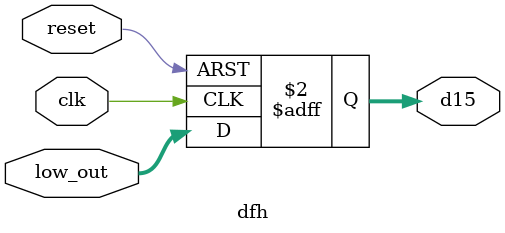
<source format=v>
module dfh(clk,reset,low_out,d15
    );
input clk,reset;
input [15:0] low_out;
output reg [15:0] d15;
always @(posedge clk,posedge reset)
begin
if(reset)
begin
    
    d15<=0;
	 
end
else 
begin
  d15<=low_out;
end	 

   
end

endmodule
</source>
